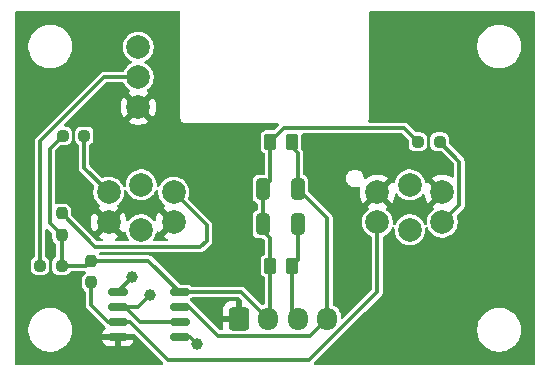
<source format=gbr>
%TF.GenerationSoftware,KiCad,Pcbnew,9.0.0*%
%TF.CreationDate,2025-04-22T12:40:57+02:00*%
%TF.ProjectId,carte-capteur-ir,63617274-652d-4636-9170-746575722d69,rev?*%
%TF.SameCoordinates,Original*%
%TF.FileFunction,Copper,L1,Top*%
%TF.FilePolarity,Positive*%
%FSLAX46Y46*%
G04 Gerber Fmt 4.6, Leading zero omitted, Abs format (unit mm)*
G04 Created by KiCad (PCBNEW 9.0.0) date 2025-04-22 12:40:57*
%MOMM*%
%LPD*%
G01*
G04 APERTURE LIST*
G04 Aperture macros list*
%AMRoundRect*
0 Rectangle with rounded corners*
0 $1 Rounding radius*
0 $2 $3 $4 $5 $6 $7 $8 $9 X,Y pos of 4 corners*
0 Add a 4 corners polygon primitive as box body*
4,1,4,$2,$3,$4,$5,$6,$7,$8,$9,$2,$3,0*
0 Add four circle primitives for the rounded corners*
1,1,$1+$1,$2,$3*
1,1,$1+$1,$4,$5*
1,1,$1+$1,$6,$7*
1,1,$1+$1,$8,$9*
0 Add four rect primitives between the rounded corners*
20,1,$1+$1,$2,$3,$4,$5,0*
20,1,$1+$1,$4,$5,$6,$7,0*
20,1,$1+$1,$6,$7,$8,$9,0*
20,1,$1+$1,$8,$9,$2,$3,0*%
G04 Aperture macros list end*
%TA.AperFunction,SMDPad,CuDef*%
%ADD10RoundRect,0.250000X-0.262500X-0.450000X0.262500X-0.450000X0.262500X0.450000X-0.262500X0.450000X0*%
%TD*%
%TA.AperFunction,SMDPad,CuDef*%
%ADD11RoundRect,0.237500X-0.237500X0.250000X-0.237500X-0.250000X0.237500X-0.250000X0.237500X0.250000X0*%
%TD*%
%TA.AperFunction,SMDPad,CuDef*%
%ADD12RoundRect,0.237500X0.237500X-0.250000X0.237500X0.250000X-0.237500X0.250000X-0.237500X-0.250000X0*%
%TD*%
%TA.AperFunction,SMDPad,CuDef*%
%ADD13RoundRect,0.150000X-0.675000X-0.150000X0.675000X-0.150000X0.675000X0.150000X-0.675000X0.150000X0*%
%TD*%
%TA.AperFunction,SMDPad,CuDef*%
%ADD14RoundRect,0.250000X-0.325000X-0.650000X0.325000X-0.650000X0.325000X0.650000X-0.325000X0.650000X0*%
%TD*%
%TA.AperFunction,SMDPad,CuDef*%
%ADD15RoundRect,0.237500X-0.250000X-0.237500X0.250000X-0.237500X0.250000X0.237500X-0.250000X0.237500X0*%
%TD*%
%TA.AperFunction,SMDPad,CuDef*%
%ADD16RoundRect,0.250000X0.325000X0.650000X-0.325000X0.650000X-0.325000X-0.650000X0.325000X-0.650000X0*%
%TD*%
%TA.AperFunction,ComponentPad*%
%ADD17RoundRect,0.250000X-0.600000X-0.725000X0.600000X-0.725000X0.600000X0.725000X-0.600000X0.725000X0*%
%TD*%
%TA.AperFunction,ComponentPad*%
%ADD18O,1.700000X1.950000*%
%TD*%
%TA.AperFunction,ComponentPad*%
%ADD19C,2.000000*%
%TD*%
%TA.AperFunction,ViaPad*%
%ADD20C,1.000000*%
%TD*%
%TA.AperFunction,Conductor*%
%ADD21C,0.300000*%
%TD*%
G04 APERTURE END LIST*
D10*
%TO.P,R1,2*%
%TO.N,/OUT1*%
X225954426Y-94560575D03*
%TO.P,R1,1*%
%TO.N,+5V*%
X224129426Y-94560575D03*
%TD*%
D11*
%TO.P,R3,2*%
%TO.N,Net-(U1A-+)*%
X208954426Y-95973075D03*
%TO.P,R3,1*%
%TO.N,+5V*%
X208954426Y-94148075D03*
%TD*%
D12*
%TO.P,R4,1*%
%TO.N,+5V*%
X206454426Y-91973075D03*
%TO.P,R4,2*%
%TO.N,Net-(U1B-+)*%
X206454426Y-90148075D03*
%TD*%
D13*
%TO.P,U1,4,V-*%
%TO.N,GND*%
X211204426Y-100600575D03*
%TO.P,U1,1*%
%TO.N,/OUT1*%
X211204426Y-96790575D03*
%TO.P,U1,2,-*%
%TO.N,/V_comp*%
X211204426Y-98060575D03*
%TO.P,U1,3,+*%
%TO.N,Net-(U1A-+)*%
X211204426Y-99330575D03*
%TO.P,U1,5,+*%
%TO.N,Net-(U1B-+)*%
X216454426Y-100600575D03*
%TO.P,U1,6,-*%
%TO.N,/V_comp*%
X216454426Y-99330575D03*
%TO.P,U1,7*%
%TO.N,/OUT2*%
X216454426Y-98060575D03*
%TO.P,U1,8,V+*%
%TO.N,+5V*%
X216454426Y-96790575D03*
%TD*%
D14*
%TO.P,C1,1*%
%TO.N,+5V*%
X223504426Y-88060575D03*
%TO.P,C1,2*%
%TO.N,/OUT2*%
X226454426Y-88060575D03*
%TD*%
D15*
%TO.P,R6,1*%
%TO.N,+5V*%
X206541926Y-83560575D03*
%TO.P,R6,2*%
%TO.N,Net-(U3-A)*%
X208366926Y-83560575D03*
%TD*%
D10*
%TO.P,R2,1*%
%TO.N,+5V*%
X224129426Y-84060575D03*
%TO.P,R2,2*%
%TO.N,/OUT2*%
X225954426Y-84060575D03*
%TD*%
D15*
%TO.P,R8,1*%
%TO.N,/V_comp*%
X204629426Y-94560575D03*
%TO.P,R8,2*%
%TO.N,+5V*%
X206454426Y-94560575D03*
%TD*%
D16*
%TO.P,C2,1*%
%TO.N,/OUT1*%
X226454426Y-91060575D03*
%TO.P,C2,2*%
%TO.N,+5V*%
X223504426Y-91060575D03*
%TD*%
D15*
%TO.P,R5,1*%
%TO.N,+5V*%
X236629426Y-84060575D03*
%TO.P,R5,2*%
%TO.N,Net-(U2-A)*%
X238454426Y-84060575D03*
%TD*%
D17*
%TO.P,J1,1,VCC*%
%TO.N,GND*%
X221454426Y-99060575D03*
D18*
%TO.P,J1,3,TCRT5000_1*%
%TO.N,/OUT1*%
X226454426Y-99060575D03*
%TO.P,J1,2,GND*%
%TO.N,+5V*%
X223954426Y-99060575D03*
%TO.P,J1,4,TCRT5000_2*%
%TO.N,/OUT2*%
X228954426Y-99060575D03*
%TD*%
D19*
%TO.P,R9,1*%
%TO.N,GND*%
X212954426Y-81140575D03*
%TO.P,R9,2*%
%TO.N,/V_comp*%
X212954426Y-78600575D03*
%TO.P,R9,3*%
%TO.N,N/C*%
X212954426Y-76060575D03*
%TD*%
%TO.P,U2,2,E*%
%TO.N,GND*%
X233194427Y-88350575D03*
%TO.P,U2,4,C*%
X238694426Y-88350575D03*
%TO.P,U2,1,C*%
%TO.N,Net-(U1A-+)*%
X233194427Y-90890575D03*
%TO.P,U2,3,A*%
%TO.N,Net-(U2-A)*%
X238694426Y-90890575D03*
%TO.P,U2,5*%
%TO.N,N/C*%
X235944427Y-91520574D03*
%TO.P,U2,6*%
X235944427Y-87720576D03*
%TD*%
%TO.P,U3,2,E*%
%TO.N,GND*%
X215944427Y-90885776D03*
%TO.P,U3,4,C*%
X210444428Y-90885776D03*
%TO.P,U3,1,C*%
%TO.N,Net-(U1B-+)*%
X215944427Y-88345776D03*
%TO.P,U3,3,A*%
%TO.N,Net-(U3-A)*%
X210444428Y-88345776D03*
%TO.P,U3,5*%
%TO.N,N/C*%
X213194427Y-87715777D03*
%TO.P,U3,6*%
X213194427Y-91515775D03*
%TD*%
D20*
%TO.N,/OUT1*%
X212454426Y-95560575D03*
%TO.N,/V_comp*%
X213954426Y-97060575D03*
%TO.N,Net-(U1B-+)*%
X217954426Y-101236575D03*
%TD*%
D21*
%TO.N,Net-(U1A-+)*%
X212224426Y-99330575D02*
X211204426Y-99330575D01*
X215454426Y-102560575D02*
X212224426Y-99330575D01*
X227419318Y-102560575D02*
X215454426Y-102560575D01*
X233194427Y-96785466D02*
X227419318Y-102560575D01*
X233194427Y-90890575D02*
X233194427Y-96785466D01*
%TO.N,/OUT1*%
X212454426Y-95560575D02*
X212434426Y-95560575D01*
X212434426Y-95560575D02*
X211204426Y-96790575D01*
X225954426Y-98560575D02*
X226454426Y-99060575D01*
X225954426Y-94560575D02*
X225954426Y-98560575D01*
X226454426Y-94060575D02*
X225954426Y-94560575D01*
X226454426Y-91060575D02*
X226454426Y-94060575D01*
%TO.N,Net-(U1B-+)*%
X217318426Y-100600575D02*
X217954426Y-101236575D01*
X216454426Y-100600575D02*
X217318426Y-100600575D01*
%TO.N,/OUT2*%
X219705425Y-100486575D02*
X227528426Y-100486575D01*
X217279425Y-98060575D02*
X219705425Y-100486575D01*
X227528426Y-100486575D02*
X228954426Y-99060575D01*
X216454426Y-98060575D02*
X217279425Y-98060575D01*
%TO.N,/V_comp*%
X212954426Y-98060575D02*
X213954426Y-97060575D01*
X211204426Y-98060575D02*
X212954426Y-98060575D01*
X211804368Y-98060575D02*
X211204426Y-98060575D01*
X213074368Y-99330575D02*
X211804368Y-98060575D01*
X216454426Y-99330575D02*
X213074368Y-99330575D01*
X204629426Y-84005309D02*
X204629426Y-94560575D01*
X210034160Y-78600575D02*
X204629426Y-84005309D01*
X212954426Y-78600575D02*
X210034160Y-78600575D01*
%TO.N,Net-(U2-A)*%
X240145426Y-89439575D02*
X238694426Y-90890575D01*
X240145426Y-85751575D02*
X240145426Y-89439575D01*
X238454426Y-84060575D02*
X240145426Y-85751575D01*
%TO.N,+5V*%
X225280426Y-82909575D02*
X224129426Y-84060575D01*
X235478426Y-82909575D02*
X225280426Y-82909575D01*
X236629426Y-84060575D02*
X235478426Y-82909575D01*
%TO.N,/OUT2*%
X228954426Y-90560575D02*
X228954426Y-99060575D01*
X226454426Y-88060575D02*
X228954426Y-90560575D01*
%TO.N,+5V*%
X221684426Y-96790575D02*
X216454426Y-96790575D01*
X223954426Y-99060575D02*
X221684426Y-96790575D01*
X224129426Y-98885575D02*
X223954426Y-99060575D01*
X224129426Y-94560575D02*
X224129426Y-98885575D01*
X224129426Y-92235575D02*
X224129426Y-94560575D01*
X223504426Y-91610575D02*
X224129426Y-92235575D01*
X223504426Y-91060575D02*
X223504426Y-91610575D01*
X223504426Y-88060575D02*
X223504426Y-91060575D01*
X224129426Y-87435575D02*
X223504426Y-88060575D01*
X224129426Y-84060575D02*
X224129426Y-87435575D01*
%TO.N,/OUT2*%
X225954426Y-84560575D02*
X226454426Y-85060575D01*
X226454426Y-85060575D02*
X226454426Y-88060575D01*
X225954426Y-84060575D02*
X225954426Y-84560575D01*
%TO.N,Net-(U1A-+)*%
X210379427Y-99330575D02*
X211204426Y-99330575D01*
X208954426Y-97905574D02*
X210379427Y-99330575D01*
X208954426Y-95973075D02*
X208954426Y-97905574D01*
%TO.N,+5V*%
X213811926Y-94148075D02*
X216454426Y-96790575D01*
X208954426Y-94148075D02*
X213811926Y-94148075D01*
X208541926Y-94560575D02*
X208954426Y-94148075D01*
X206454426Y-94560575D02*
X208541926Y-94560575D01*
X206454426Y-91973075D02*
X206454426Y-94560575D01*
%TO.N,Net-(U1B-+)*%
X218740728Y-91142077D02*
X215944427Y-88345776D01*
X218740728Y-92437036D02*
X218740728Y-91142077D01*
X218210989Y-92966775D02*
X218740728Y-92437036D01*
X209273126Y-92966775D02*
X218210989Y-92966775D01*
X206454426Y-90148075D02*
X209273126Y-92966775D01*
%TO.N,+5V*%
X205454426Y-84648075D02*
X205454426Y-90973075D01*
X205454426Y-90973075D02*
X206454426Y-91973075D01*
X206541926Y-83560575D02*
X205454426Y-84648075D01*
%TO.N,Net-(U3-A)*%
X208366926Y-86268274D02*
X210444428Y-88345776D01*
X208366926Y-83560575D02*
X208366926Y-86268274D01*
%TD*%
%TA.AperFunction,Conductor*%
%TO.N,GND*%
G36*
X216442539Y-73020185D02*
G01*
X216488294Y-73072989D01*
X216499500Y-73124500D01*
X216499500Y-82065891D01*
X216533608Y-82193187D01*
X216566554Y-82250250D01*
X216599500Y-82307314D01*
X216692686Y-82400500D01*
X216806814Y-82466392D01*
X216934108Y-82500500D01*
X224753035Y-82500500D01*
X224820074Y-82520185D01*
X224865829Y-82572989D01*
X224875773Y-82642147D01*
X224846748Y-82705703D01*
X224840716Y-82712181D01*
X224528987Y-83023909D01*
X224467664Y-83057394D01*
X224438734Y-83059637D01*
X224438734Y-83060075D01*
X224435028Y-83060075D01*
X223823824Y-83060075D01*
X223784779Y-83064763D01*
X223735364Y-83070697D01*
X223594582Y-83126214D01*
X223474003Y-83217652D01*
X223382565Y-83338231D01*
X223327048Y-83479013D01*
X223321114Y-83528428D01*
X223316426Y-83567473D01*
X223316426Y-84553677D01*
X223321171Y-84593187D01*
X223327048Y-84642136D01*
X223327048Y-84642138D01*
X223327049Y-84642139D01*
X223330217Y-84650173D01*
X223382565Y-84782918D01*
X223474003Y-84903497D01*
X223594581Y-84994934D01*
X223594584Y-84994936D01*
X223600414Y-84997235D01*
X223655559Y-85040140D01*
X223678753Y-85106047D01*
X223678926Y-85112590D01*
X223678926Y-86736075D01*
X223659241Y-86803114D01*
X223606437Y-86848869D01*
X223554926Y-86860075D01*
X223136324Y-86860075D01*
X223097279Y-86864763D01*
X223047864Y-86870697D01*
X222907082Y-86926214D01*
X222786503Y-87017652D01*
X222695065Y-87138231D01*
X222639548Y-87279013D01*
X222633614Y-87328428D01*
X222628926Y-87367473D01*
X222628926Y-88753677D01*
X222634552Y-88800529D01*
X222639548Y-88842136D01*
X222695065Y-88982918D01*
X222786503Y-89103497D01*
X222907083Y-89194936D01*
X222939977Y-89207907D01*
X222975416Y-89221882D01*
X223030560Y-89264788D01*
X223053753Y-89330695D01*
X223053926Y-89337237D01*
X223053926Y-89783912D01*
X223034241Y-89850951D01*
X222981437Y-89896706D01*
X222975417Y-89899266D01*
X222907084Y-89926213D01*
X222786503Y-90017652D01*
X222695065Y-90138231D01*
X222639548Y-90279013D01*
X222634292Y-90322790D01*
X222628926Y-90367473D01*
X222628926Y-91753677D01*
X222630856Y-91769745D01*
X222639548Y-91842136D01*
X222639548Y-91842138D01*
X222639549Y-91842139D01*
X222685617Y-91958958D01*
X222695065Y-91982917D01*
X222786503Y-92103497D01*
X222907082Y-92194935D01*
X222907083Y-92194935D01*
X222907084Y-92194936D01*
X223047862Y-92250452D01*
X223136324Y-92261075D01*
X223466461Y-92261075D01*
X223495901Y-92269719D01*
X223525888Y-92276243D01*
X223530903Y-92279997D01*
X223533500Y-92280760D01*
X223554142Y-92297394D01*
X223642607Y-92385859D01*
X223676092Y-92447182D01*
X223678926Y-92473540D01*
X223678926Y-93508559D01*
X223659241Y-93575598D01*
X223606437Y-93621353D01*
X223600418Y-93623913D01*
X223594583Y-93626213D01*
X223474003Y-93717652D01*
X223382565Y-93838231D01*
X223327048Y-93979013D01*
X223322020Y-94020889D01*
X223316426Y-94067473D01*
X223316426Y-95053677D01*
X223319235Y-95077067D01*
X223327048Y-95142136D01*
X223327048Y-95142138D01*
X223327049Y-95142139D01*
X223332280Y-95155404D01*
X223382565Y-95282918D01*
X223474003Y-95403497D01*
X223577169Y-95481730D01*
X223594584Y-95494936D01*
X223600414Y-95497235D01*
X223655559Y-95540140D01*
X223678753Y-95606047D01*
X223678926Y-95612590D01*
X223678926Y-97725291D01*
X223672072Y-97748630D01*
X223669457Y-97772816D01*
X223662404Y-97781556D01*
X223659241Y-97792330D01*
X223640860Y-97808256D01*
X223625582Y-97827192D01*
X223610220Y-97834806D01*
X223606437Y-97838085D01*
X223594011Y-97842970D01*
X223593577Y-97843114D01*
X223512787Y-97869364D01*
X223509500Y-97871038D01*
X223501439Y-97873716D01*
X223470806Y-97874790D01*
X223440335Y-97878066D01*
X223436216Y-97876004D01*
X223431612Y-97876166D01*
X223405265Y-97860511D01*
X223377857Y-97846791D01*
X223374673Y-97843718D01*
X221961042Y-96430088D01*
X221961040Y-96430086D01*
X221901351Y-96395624D01*
X221858314Y-96370776D01*
X221846206Y-96367532D01*
X221834099Y-96364288D01*
X221834096Y-96364287D01*
X221785168Y-96351177D01*
X221743735Y-96340075D01*
X221743734Y-96340075D01*
X217521714Y-96340075D01*
X217454675Y-96320390D01*
X217448081Y-96315845D01*
X217342312Y-96237784D01*
X217342306Y-96237781D01*
X217214126Y-96192928D01*
X217183696Y-96190075D01*
X217183692Y-96190075D01*
X216542391Y-96190075D01*
X216475352Y-96170390D01*
X216454710Y-96153756D01*
X214088542Y-93787588D01*
X214088540Y-93787586D01*
X214006570Y-93740260D01*
X213985814Y-93728276D01*
X213973706Y-93725032D01*
X213961599Y-93721788D01*
X213961596Y-93721787D01*
X213923404Y-93711553D01*
X213871235Y-93697575D01*
X213871234Y-93697575D01*
X209774741Y-93697575D01*
X209768374Y-93695705D01*
X209761848Y-93696903D01*
X209735267Y-93685984D01*
X209707702Y-93677890D01*
X209701844Y-93672254D01*
X209697218Y-93670354D01*
X209685411Y-93656444D01*
X209673093Y-93644593D01*
X209666650Y-93635371D01*
X209665288Y-93631917D01*
X209651923Y-93614292D01*
X209650526Y-93612293D01*
X209640141Y-93581395D01*
X209628547Y-93550888D01*
X209629064Y-93548436D01*
X209628267Y-93546064D01*
X209636237Y-93514449D01*
X209642975Y-93482524D01*
X209644735Y-93480741D01*
X209645347Y-93478315D01*
X209669154Y-93456018D01*
X209692074Y-93432813D01*
X209694640Y-93432149D01*
X209696344Y-93430554D01*
X209711726Y-93427732D01*
X209752174Y-93417275D01*
X218270297Y-93417275D01*
X218270298Y-93417275D01*
X218360662Y-93393061D01*
X218384876Y-93386574D01*
X218487603Y-93327264D01*
X219101217Y-92713650D01*
X219160527Y-92610923D01*
X219179210Y-92541196D01*
X219191228Y-92496345D01*
X219191228Y-91082768D01*
X219173486Y-91016556D01*
X219167014Y-90992402D01*
X219167014Y-90992401D01*
X219162317Y-90974871D01*
X219160527Y-90968190D01*
X219101218Y-90865463D01*
X217186481Y-88950726D01*
X217152996Y-88889403D01*
X217156230Y-88824732D01*
X217212904Y-88650310D01*
X217244927Y-88448128D01*
X217244927Y-88243424D01*
X217212904Y-88041242D01*
X217212903Y-88041240D01*
X217158414Y-87873540D01*
X217149647Y-87846557D01*
X217149645Y-87846553D01*
X217149645Y-87846552D01*
X217100384Y-87749873D01*
X217056714Y-87664166D01*
X217034091Y-87633028D01*
X216936398Y-87498562D01*
X216791640Y-87353804D01*
X216626040Y-87233491D01*
X216626039Y-87233490D01*
X216626037Y-87233489D01*
X216559638Y-87199657D01*
X216443650Y-87140557D01*
X216248961Y-87077298D01*
X216074422Y-87049654D01*
X216046779Y-87045276D01*
X215842075Y-87045276D01*
X215817756Y-87049127D01*
X215639892Y-87077298D01*
X215445203Y-87140557D01*
X215262813Y-87233491D01*
X215097213Y-87353804D01*
X214952455Y-87498562D01*
X214832142Y-87664162D01*
X214739208Y-87846553D01*
X214739207Y-87846557D01*
X214736859Y-87853785D01*
X214736858Y-87853788D01*
X214697419Y-87911463D01*
X214633061Y-87938661D01*
X214564214Y-87926746D01*
X214512739Y-87879501D01*
X214494927Y-87815469D01*
X214494927Y-87613425D01*
X214462904Y-87411242D01*
X214419939Y-87279011D01*
X214399647Y-87216558D01*
X214399645Y-87216555D01*
X214399645Y-87216553D01*
X214341878Y-87103181D01*
X214306714Y-87034167D01*
X214253172Y-86960472D01*
X214186398Y-86868563D01*
X214041640Y-86723805D01*
X213876040Y-86603492D01*
X213876039Y-86603491D01*
X213876037Y-86603490D01*
X213819080Y-86574468D01*
X213693650Y-86510558D01*
X213498961Y-86447299D01*
X213324422Y-86419655D01*
X213296779Y-86415277D01*
X213092075Y-86415277D01*
X213067756Y-86419128D01*
X212889892Y-86447299D01*
X212695203Y-86510558D01*
X212512813Y-86603492D01*
X212347213Y-86723805D01*
X212202455Y-86868563D01*
X212082142Y-87034163D01*
X211989208Y-87216553D01*
X211925949Y-87411242D01*
X211893927Y-87613425D01*
X211893927Y-87815466D01*
X211874242Y-87882505D01*
X211821438Y-87928260D01*
X211752280Y-87938204D01*
X211688724Y-87909179D01*
X211651997Y-87853786D01*
X211649648Y-87846557D01*
X211556715Y-87664166D01*
X211534092Y-87633028D01*
X211436399Y-87498562D01*
X211291641Y-87353804D01*
X211126041Y-87233491D01*
X211126040Y-87233490D01*
X211126038Y-87233489D01*
X211059639Y-87199657D01*
X210943651Y-87140557D01*
X210748962Y-87077298D01*
X210574423Y-87049654D01*
X210546780Y-87045276D01*
X210342076Y-87045276D01*
X210274682Y-87055950D01*
X210139892Y-87077299D01*
X210139889Y-87077299D01*
X209965474Y-87133970D01*
X209895632Y-87135965D01*
X209839475Y-87103720D01*
X208853745Y-86117990D01*
X208820260Y-86056667D01*
X208817426Y-86030309D01*
X208817426Y-84380890D01*
X208837111Y-84313851D01*
X208876468Y-84276749D01*
X208876326Y-84276562D01*
X208878071Y-84275238D01*
X208880655Y-84272803D01*
X208883080Y-84271438D01*
X208883084Y-84271437D01*
X209000926Y-84182075D01*
X209090288Y-84064233D01*
X209144543Y-83926652D01*
X209154926Y-83840193D01*
X209154926Y-83280957D01*
X209144543Y-83194498D01*
X209090288Y-83056917D01*
X209090286Y-83056914D01*
X209000926Y-82939074D01*
X208883086Y-82849714D01*
X208883084Y-82849713D01*
X208745503Y-82795458D01*
X208745502Y-82795457D01*
X208745500Y-82795457D01*
X208659045Y-82785075D01*
X208659044Y-82785075D01*
X208074808Y-82785075D01*
X208074807Y-82785075D01*
X207988351Y-82795457D01*
X207988350Y-82795457D01*
X207850765Y-82849714D01*
X207732925Y-82939074D01*
X207643565Y-83056914D01*
X207589308Y-83194499D01*
X207589308Y-83194500D01*
X207578926Y-83280956D01*
X207578926Y-83840193D01*
X207589308Y-83926649D01*
X207589308Y-83926650D01*
X207643565Y-84064235D01*
X207732925Y-84182075D01*
X207850768Y-84271437D01*
X207853197Y-84272803D01*
X207854982Y-84274632D01*
X207857526Y-84276562D01*
X207857236Y-84276943D01*
X207901986Y-84322816D01*
X207916426Y-84380890D01*
X207916426Y-86327583D01*
X207939924Y-86415277D01*
X207939923Y-86415277D01*
X207939924Y-86415279D01*
X207947126Y-86442159D01*
X207947125Y-86442159D01*
X207986094Y-86509653D01*
X208006437Y-86544888D01*
X208006439Y-86544890D01*
X209202372Y-87740823D01*
X209235857Y-87802146D01*
X209232622Y-87866822D01*
X209175951Y-88041237D01*
X209175951Y-88041240D01*
X209143928Y-88243424D01*
X209143928Y-88448127D01*
X209175950Y-88650310D01*
X209239209Y-88844999D01*
X209332143Y-89027389D01*
X209452456Y-89192989D01*
X209452462Y-89192995D01*
X209597209Y-89337742D01*
X209673155Y-89392920D01*
X209715821Y-89448249D01*
X209721800Y-89517862D01*
X209689195Y-89579658D01*
X209662033Y-89599691D01*
X209662415Y-89600313D01*
X209658263Y-89602857D01*
X209575322Y-89663116D01*
X210397982Y-90485776D01*
X210391767Y-90485776D01*
X210290034Y-90513035D01*
X210198822Y-90565696D01*
X210124348Y-90640170D01*
X210071687Y-90731382D01*
X210044428Y-90833115D01*
X210044428Y-90839329D01*
X209221768Y-90016670D01*
X209161512Y-90099606D01*
X209054325Y-90309973D01*
X208981362Y-90534528D01*
X208944428Y-90767723D01*
X208944428Y-91003828D01*
X208981362Y-91237023D01*
X209054325Y-91461578D01*
X209161515Y-91671950D01*
X209221766Y-91754880D01*
X209221768Y-91754881D01*
X210044428Y-90932221D01*
X210044428Y-90938437D01*
X210071687Y-91040170D01*
X210124348Y-91131382D01*
X210198822Y-91205856D01*
X210290034Y-91258517D01*
X210391767Y-91285776D01*
X210397982Y-91285776D01*
X209575321Y-92108434D01*
X209658256Y-92168690D01*
X209868626Y-92275879D01*
X209873047Y-92277710D01*
X209927454Y-92321546D01*
X209949525Y-92387838D01*
X209932251Y-92455539D01*
X209881118Y-92503154D01*
X209825604Y-92516275D01*
X209511092Y-92516275D01*
X209444053Y-92496590D01*
X209423411Y-92479956D01*
X207266245Y-90322790D01*
X207232760Y-90261467D01*
X207229926Y-90235109D01*
X207229926Y-89855956D01*
X207221274Y-89783912D01*
X207219543Y-89769498D01*
X207165288Y-89631917D01*
X207151893Y-89614253D01*
X207075926Y-89514074D01*
X206958086Y-89424714D01*
X206958084Y-89424713D01*
X206820503Y-89370458D01*
X206820502Y-89370457D01*
X206820500Y-89370457D01*
X206734045Y-89360075D01*
X206734044Y-89360075D01*
X206174808Y-89360075D01*
X206174807Y-89360075D01*
X206088351Y-89370457D01*
X206088350Y-89370457D01*
X206080907Y-89373392D01*
X206074414Y-89375953D01*
X206004829Y-89382234D01*
X205942893Y-89349897D01*
X205908272Y-89289208D01*
X205904926Y-89260598D01*
X205904926Y-84886040D01*
X205924611Y-84819001D01*
X205941245Y-84798359D01*
X206367210Y-84372394D01*
X206428533Y-84338909D01*
X206454891Y-84336075D01*
X206834045Y-84336075D01*
X206855658Y-84333479D01*
X206920503Y-84325692D01*
X207058084Y-84271437D01*
X207175926Y-84182075D01*
X207265288Y-84064233D01*
X207319543Y-83926652D01*
X207329926Y-83840193D01*
X207329926Y-83280957D01*
X207319543Y-83194498D01*
X207265288Y-83056917D01*
X207265286Y-83056914D01*
X207175926Y-82939074D01*
X207058086Y-82849714D01*
X207058084Y-82849713D01*
X206920503Y-82795458D01*
X206920502Y-82795457D01*
X206920500Y-82795457D01*
X206834045Y-82785075D01*
X206834044Y-82785075D01*
X206786125Y-82785075D01*
X206719086Y-82765390D01*
X206673331Y-82712586D01*
X206663387Y-82643428D01*
X206692412Y-82579872D01*
X206698444Y-82573394D01*
X210184444Y-79087394D01*
X210245767Y-79053909D01*
X210272125Y-79051075D01*
X211648395Y-79051075D01*
X211715434Y-79070760D01*
X211758880Y-79118780D01*
X211842141Y-79282189D01*
X211962454Y-79447788D01*
X211962460Y-79447794D01*
X212107207Y-79592541D01*
X212183153Y-79647719D01*
X212225819Y-79703048D01*
X212231798Y-79772661D01*
X212199193Y-79834457D01*
X212172031Y-79854490D01*
X212172413Y-79855112D01*
X212168261Y-79857656D01*
X212085320Y-79917915D01*
X212907980Y-80740575D01*
X212901765Y-80740575D01*
X212800032Y-80767834D01*
X212708820Y-80820495D01*
X212634346Y-80894969D01*
X212581685Y-80986181D01*
X212554426Y-81087914D01*
X212554426Y-81094129D01*
X211731766Y-80271469D01*
X211671510Y-80354405D01*
X211564323Y-80564772D01*
X211491360Y-80789327D01*
X211454426Y-81022522D01*
X211454426Y-81258627D01*
X211491360Y-81491822D01*
X211564323Y-81716377D01*
X211671513Y-81926749D01*
X211731764Y-82009679D01*
X211731766Y-82009680D01*
X212554426Y-81187020D01*
X212554426Y-81193236D01*
X212581685Y-81294969D01*
X212634346Y-81386181D01*
X212708820Y-81460655D01*
X212800032Y-81513316D01*
X212901765Y-81540575D01*
X212907980Y-81540575D01*
X212085319Y-82363233D01*
X212168254Y-82423489D01*
X212378623Y-82530677D01*
X212603178Y-82603640D01*
X212603177Y-82603640D01*
X212836374Y-82640575D01*
X213072478Y-82640575D01*
X213305673Y-82603640D01*
X213530228Y-82530677D01*
X213740589Y-82423493D01*
X213740595Y-82423489D01*
X213823530Y-82363233D01*
X213823531Y-82363233D01*
X213000872Y-81540575D01*
X213007087Y-81540575D01*
X213108820Y-81513316D01*
X213200032Y-81460655D01*
X213274506Y-81386181D01*
X213327167Y-81294969D01*
X213354426Y-81193236D01*
X213354426Y-81187021D01*
X214177084Y-82009680D01*
X214177084Y-82009679D01*
X214237340Y-81926744D01*
X214237344Y-81926738D01*
X214344528Y-81716377D01*
X214417491Y-81491822D01*
X214454426Y-81258627D01*
X214454426Y-81022522D01*
X214417491Y-80789327D01*
X214344528Y-80564772D01*
X214237340Y-80354403D01*
X214177084Y-80271469D01*
X214177084Y-80271468D01*
X213354426Y-81094127D01*
X213354426Y-81087914D01*
X213327167Y-80986181D01*
X213274506Y-80894969D01*
X213200032Y-80820495D01*
X213108820Y-80767834D01*
X213007087Y-80740575D01*
X213000873Y-80740575D01*
X213823531Y-79917915D01*
X213823530Y-79917913D01*
X213740596Y-79857659D01*
X213736445Y-79855115D01*
X213737265Y-79853775D01*
X213691497Y-79810555D01*
X213674696Y-79742735D01*
X213697229Y-79676599D01*
X213725697Y-79647719D01*
X213801645Y-79592541D01*
X213946392Y-79447794D01*
X213946394Y-79447790D01*
X213946397Y-79447788D01*
X213999158Y-79375165D01*
X214066713Y-79282185D01*
X214159646Y-79099794D01*
X214222903Y-78905109D01*
X214254926Y-78702927D01*
X214254926Y-78498223D01*
X214222903Y-78296041D01*
X214159646Y-78101356D01*
X214159644Y-78101353D01*
X214159644Y-78101351D01*
X214125929Y-78035182D01*
X214066713Y-77918965D01*
X214016971Y-77850500D01*
X213946397Y-77753361D01*
X213801639Y-77608603D01*
X213636040Y-77488290D01*
X213629432Y-77484923D01*
X213543343Y-77441058D01*
X213492549Y-77393086D01*
X213475754Y-77325265D01*
X213498291Y-77259130D01*
X213543343Y-77220091D01*
X213636036Y-77172862D01*
X213657196Y-77157488D01*
X213801639Y-77052546D01*
X213801641Y-77052543D01*
X213801645Y-77052541D01*
X213946392Y-76907794D01*
X213946394Y-76907790D01*
X213946397Y-76907788D01*
X214010022Y-76820214D01*
X214066713Y-76742185D01*
X214159646Y-76559794D01*
X214222903Y-76365109D01*
X214254926Y-76162927D01*
X214254926Y-75958223D01*
X214222903Y-75756040D01*
X214159644Y-75561351D01*
X214125929Y-75495182D01*
X214066713Y-75378965D01*
X214058982Y-75368324D01*
X213946397Y-75213361D01*
X213801639Y-75068603D01*
X213636039Y-74948290D01*
X213636038Y-74948289D01*
X213636036Y-74948288D01*
X213579079Y-74919266D01*
X213453649Y-74855356D01*
X213258960Y-74792097D01*
X213084421Y-74764453D01*
X213056778Y-74760075D01*
X212852074Y-74760075D01*
X212827755Y-74763926D01*
X212649891Y-74792097D01*
X212455202Y-74855356D01*
X212272812Y-74948290D01*
X212107212Y-75068603D01*
X211962454Y-75213361D01*
X211842141Y-75378961D01*
X211749207Y-75561351D01*
X211685948Y-75756040D01*
X211653926Y-75958223D01*
X211653926Y-76162926D01*
X211685948Y-76365109D01*
X211749207Y-76559798D01*
X211842141Y-76742188D01*
X211962454Y-76907788D01*
X212107212Y-77052546D01*
X212262175Y-77165131D01*
X212272816Y-77172862D01*
X212364266Y-77219458D01*
X212365506Y-77220090D01*
X212416302Y-77268065D01*
X212433097Y-77335886D01*
X212410560Y-77402021D01*
X212365506Y-77441060D01*
X212272812Y-77488290D01*
X212107212Y-77608603D01*
X211962454Y-77753361D01*
X211842141Y-77918960D01*
X211758880Y-78082370D01*
X211710905Y-78133166D01*
X211648395Y-78150075D01*
X209974851Y-78150075D01*
X209884485Y-78174288D01*
X209884484Y-78174287D01*
X209860276Y-78180774D01*
X209860273Y-78180775D01*
X209757546Y-78240086D01*
X209757543Y-78240088D01*
X204268939Y-83728692D01*
X204268935Y-83728698D01*
X204209627Y-83831421D01*
X204209626Y-83831426D01*
X204178926Y-83946000D01*
X204178926Y-93740260D01*
X204159241Y-93807299D01*
X204119883Y-93844400D01*
X204120026Y-93844588D01*
X204118280Y-93845911D01*
X204115697Y-93848347D01*
X204113268Y-93849712D01*
X203995425Y-93939074D01*
X203906065Y-94056914D01*
X203906064Y-94056917D01*
X203857361Y-94180421D01*
X203851809Y-94194499D01*
X203841426Y-94280956D01*
X203841426Y-94840193D01*
X203851808Y-94926649D01*
X203851808Y-94926650D01*
X203871822Y-94977401D01*
X203900562Y-95050282D01*
X203906065Y-95064235D01*
X203995425Y-95182075D01*
X204113265Y-95271435D01*
X204113268Y-95271437D01*
X204250849Y-95325692D01*
X204308488Y-95332614D01*
X204337307Y-95336075D01*
X204337308Y-95336075D01*
X204921545Y-95336075D01*
X204943158Y-95333479D01*
X205008003Y-95325692D01*
X205145584Y-95271437D01*
X205263426Y-95182075D01*
X205352788Y-95064233D01*
X205407043Y-94926652D01*
X205417426Y-94840193D01*
X205417426Y-94280957D01*
X205407043Y-94194498D01*
X205352788Y-94056917D01*
X205330830Y-94027961D01*
X205263426Y-93939074D01*
X205145583Y-93849712D01*
X205143155Y-93848347D01*
X205141369Y-93846517D01*
X205138826Y-93844588D01*
X205139115Y-93844206D01*
X205094366Y-93798334D01*
X205079926Y-93740260D01*
X205079926Y-91535040D01*
X205099611Y-91468001D01*
X205152415Y-91422246D01*
X205221573Y-91412302D01*
X205285129Y-91441327D01*
X205291607Y-91447359D01*
X205642607Y-91798359D01*
X205676092Y-91859682D01*
X205678926Y-91886040D01*
X205678926Y-92265193D01*
X205689308Y-92351649D01*
X205689308Y-92351650D01*
X205703579Y-92387838D01*
X205737375Y-92473540D01*
X205743565Y-92489235D01*
X205832925Y-92607074D01*
X205832926Y-92607075D01*
X205950768Y-92696437D01*
X205950771Y-92696438D01*
X205954850Y-92699531D01*
X205996374Y-92755723D01*
X206003926Y-92798336D01*
X206003926Y-93740260D01*
X205984241Y-93807299D01*
X205944883Y-93844400D01*
X205945026Y-93844588D01*
X205943280Y-93845911D01*
X205940697Y-93848347D01*
X205938268Y-93849712D01*
X205820425Y-93939074D01*
X205731065Y-94056914D01*
X205731064Y-94056917D01*
X205682361Y-94180421D01*
X205676809Y-94194499D01*
X205666426Y-94280956D01*
X205666426Y-94840193D01*
X205676808Y-94926649D01*
X205676808Y-94926650D01*
X205696822Y-94977401D01*
X205725562Y-95050282D01*
X205731065Y-95064235D01*
X205820425Y-95182075D01*
X205938265Y-95271435D01*
X205938268Y-95271437D01*
X206075849Y-95325692D01*
X206133488Y-95332614D01*
X206162307Y-95336075D01*
X206162308Y-95336075D01*
X206746545Y-95336075D01*
X206768158Y-95333479D01*
X206833003Y-95325692D01*
X206970584Y-95271437D01*
X207088426Y-95182075D01*
X207177788Y-95064233D01*
X207177788Y-95064232D01*
X207180884Y-95060150D01*
X207237076Y-95018627D01*
X207279688Y-95011075D01*
X208403461Y-95011075D01*
X208470500Y-95030760D01*
X208516255Y-95083564D01*
X208526199Y-95152722D01*
X208497174Y-95216278D01*
X208457497Y-95244377D01*
X208458160Y-95245557D01*
X208450765Y-95249714D01*
X208332925Y-95339074D01*
X208243565Y-95456914D01*
X208189308Y-95594499D01*
X208189308Y-95594500D01*
X208178926Y-95680956D01*
X208178926Y-96265193D01*
X208189308Y-96351649D01*
X208189308Y-96351650D01*
X208243565Y-96489235D01*
X208332925Y-96607074D01*
X208332926Y-96607075D01*
X208450768Y-96696437D01*
X208450771Y-96696438D01*
X208454850Y-96699531D01*
X208496374Y-96755723D01*
X208503926Y-96798336D01*
X208503926Y-97964883D01*
X208513675Y-98001266D01*
X208534627Y-98079461D01*
X208593937Y-98182188D01*
X208593939Y-98182190D01*
X210102808Y-99691061D01*
X210102812Y-99691064D01*
X210102813Y-99691065D01*
X210118832Y-99700313D01*
X210126015Y-99706731D01*
X210131820Y-99708942D01*
X210156603Y-99734065D01*
X210168494Y-99750176D01*
X210192464Y-99815805D01*
X210177148Y-99883976D01*
X210131848Y-99930539D01*
X210127872Y-99932890D01*
X210127864Y-99932896D01*
X210011747Y-100049013D01*
X210011740Y-100049022D01*
X209928144Y-100190376D01*
X209882325Y-100348088D01*
X209882130Y-100350573D01*
X209882131Y-100350575D01*
X212555960Y-100350575D01*
X212622999Y-100370260D01*
X212643641Y-100386894D01*
X215044566Y-102787819D01*
X215078051Y-102849142D01*
X215073067Y-102918834D01*
X215031195Y-102974767D01*
X214965731Y-102999184D01*
X214956885Y-102999500D01*
X202624500Y-102999500D01*
X202557461Y-102979815D01*
X202511706Y-102927011D01*
X202500500Y-102875500D01*
X202500500Y-99878711D01*
X203649500Y-99878711D01*
X203649500Y-100121288D01*
X203681161Y-100361785D01*
X203743947Y-100596104D01*
X203811329Y-100758778D01*
X203836776Y-100820212D01*
X203958064Y-101030289D01*
X203958066Y-101030292D01*
X203958067Y-101030293D01*
X204105733Y-101222736D01*
X204105739Y-101222743D01*
X204277256Y-101394260D01*
X204277263Y-101394266D01*
X204281706Y-101397675D01*
X204469711Y-101541936D01*
X204679788Y-101663224D01*
X204903900Y-101756054D01*
X205138211Y-101818838D01*
X205318586Y-101842584D01*
X205378711Y-101850500D01*
X205378712Y-101850500D01*
X205621289Y-101850500D01*
X205669388Y-101844167D01*
X205861789Y-101818838D01*
X206096100Y-101756054D01*
X206320212Y-101663224D01*
X206530289Y-101541936D01*
X206722738Y-101394265D01*
X206894265Y-101222738D01*
X207041936Y-101030289D01*
X207145693Y-100850576D01*
X209882130Y-100850576D01*
X209882325Y-100853061D01*
X209928144Y-101010773D01*
X210011740Y-101152127D01*
X210011747Y-101152136D01*
X210127864Y-101268253D01*
X210127873Y-101268260D01*
X210269229Y-101351857D01*
X210269232Y-101351858D01*
X210426930Y-101397674D01*
X210426936Y-101397675D01*
X210463776Y-101400574D01*
X210463792Y-101400575D01*
X210954426Y-101400575D01*
X211454426Y-101400575D01*
X211945060Y-101400575D01*
X211945075Y-101400574D01*
X211981915Y-101397675D01*
X211981921Y-101397674D01*
X212139619Y-101351858D01*
X212139622Y-101351857D01*
X212280978Y-101268260D01*
X212280987Y-101268253D01*
X212397104Y-101152136D01*
X212397111Y-101152127D01*
X212480707Y-101010773D01*
X212526526Y-100853061D01*
X212526721Y-100850576D01*
X212526721Y-100850575D01*
X211454426Y-100850575D01*
X211454426Y-101400575D01*
X210954426Y-101400575D01*
X210954426Y-100850575D01*
X209882131Y-100850575D01*
X209882130Y-100850576D01*
X207145693Y-100850576D01*
X207163224Y-100820212D01*
X207256054Y-100596100D01*
X207318838Y-100361789D01*
X207350500Y-100121288D01*
X207350500Y-99878712D01*
X207349608Y-99871940D01*
X207338633Y-99788569D01*
X207318838Y-99638211D01*
X207256054Y-99403900D01*
X207163224Y-99179788D01*
X207041936Y-98969711D01*
X206894265Y-98777262D01*
X206894260Y-98777256D01*
X206722743Y-98605739D01*
X206722736Y-98605733D01*
X206530293Y-98458067D01*
X206530292Y-98458066D01*
X206530289Y-98458064D01*
X206320212Y-98336776D01*
X206310089Y-98332583D01*
X206096104Y-98243947D01*
X205880124Y-98186075D01*
X205861789Y-98181162D01*
X205861788Y-98181161D01*
X205861785Y-98181161D01*
X205621289Y-98149500D01*
X205621288Y-98149500D01*
X205378712Y-98149500D01*
X205378711Y-98149500D01*
X205138214Y-98181161D01*
X204903895Y-98243947D01*
X204679794Y-98336773D01*
X204679785Y-98336777D01*
X204469706Y-98458067D01*
X204277263Y-98605733D01*
X204277256Y-98605739D01*
X204105739Y-98777256D01*
X204105733Y-98777263D01*
X203958067Y-98969706D01*
X203836777Y-99179785D01*
X203836773Y-99179794D01*
X203743947Y-99403895D01*
X203681161Y-99638214D01*
X203649500Y-99878711D01*
X202500500Y-99878711D01*
X202500500Y-75878711D01*
X203649500Y-75878711D01*
X203649500Y-76121288D01*
X203681161Y-76361785D01*
X203743947Y-76596104D01*
X203804456Y-76742185D01*
X203836776Y-76820212D01*
X203958064Y-77030289D01*
X203958066Y-77030292D01*
X203958067Y-77030293D01*
X204105733Y-77222736D01*
X204105739Y-77222743D01*
X204277256Y-77394260D01*
X204277263Y-77394266D01*
X204390321Y-77481018D01*
X204469711Y-77541936D01*
X204679788Y-77663224D01*
X204875269Y-77744195D01*
X204897398Y-77753361D01*
X204903900Y-77756054D01*
X205138211Y-77818838D01*
X205318586Y-77842584D01*
X205378711Y-77850500D01*
X205378712Y-77850500D01*
X205621289Y-77850500D01*
X205669388Y-77844167D01*
X205861789Y-77818838D01*
X206096100Y-77756054D01*
X206320212Y-77663224D01*
X206530289Y-77541936D01*
X206722738Y-77394265D01*
X206894265Y-77222738D01*
X207041936Y-77030289D01*
X207163224Y-76820212D01*
X207256054Y-76596100D01*
X207318838Y-76361789D01*
X207350500Y-76121288D01*
X207350500Y-75878712D01*
X207318838Y-75638211D01*
X207256054Y-75403900D01*
X207163224Y-75179788D01*
X207041936Y-74969711D01*
X206894265Y-74777262D01*
X206894260Y-74777256D01*
X206722743Y-74605739D01*
X206722736Y-74605733D01*
X206530293Y-74458067D01*
X206530292Y-74458066D01*
X206530289Y-74458064D01*
X206320212Y-74336776D01*
X206320205Y-74336773D01*
X206096104Y-74243947D01*
X205861785Y-74181161D01*
X205621289Y-74149500D01*
X205621288Y-74149500D01*
X205378712Y-74149500D01*
X205378711Y-74149500D01*
X205138214Y-74181161D01*
X204903895Y-74243947D01*
X204679794Y-74336773D01*
X204679785Y-74336777D01*
X204469706Y-74458067D01*
X204277263Y-74605733D01*
X204277256Y-74605739D01*
X204105739Y-74777256D01*
X204105733Y-74777263D01*
X203958067Y-74969706D01*
X203836777Y-75179785D01*
X203836773Y-75179794D01*
X203743947Y-75403895D01*
X203681161Y-75638214D01*
X203649500Y-75878711D01*
X202500500Y-75878711D01*
X202500500Y-73124500D01*
X202520185Y-73057461D01*
X202572989Y-73011706D01*
X202624500Y-73000500D01*
X216375500Y-73000500D01*
X216442539Y-73020185D01*
G37*
%TD.AperFunction*%
%TA.AperFunction,Conductor*%
G36*
X246442539Y-73020185D02*
G01*
X246488294Y-73072989D01*
X246499500Y-73124500D01*
X246499500Y-102875500D01*
X246479815Y-102942539D01*
X246427011Y-102988294D01*
X246375500Y-102999500D01*
X227916858Y-102999500D01*
X227849819Y-102979815D01*
X227804064Y-102927011D01*
X227794120Y-102857853D01*
X227823145Y-102794297D01*
X227829177Y-102787819D01*
X230738285Y-99878711D01*
X241649500Y-99878711D01*
X241649500Y-100121288D01*
X241681161Y-100361785D01*
X241743947Y-100596104D01*
X241811329Y-100758778D01*
X241836776Y-100820212D01*
X241958064Y-101030289D01*
X241958066Y-101030292D01*
X241958067Y-101030293D01*
X242105733Y-101222736D01*
X242105739Y-101222743D01*
X242277256Y-101394260D01*
X242277263Y-101394266D01*
X242281706Y-101397675D01*
X242469711Y-101541936D01*
X242679788Y-101663224D01*
X242903900Y-101756054D01*
X243138211Y-101818838D01*
X243318586Y-101842584D01*
X243378711Y-101850500D01*
X243378712Y-101850500D01*
X243621289Y-101850500D01*
X243669388Y-101844167D01*
X243861789Y-101818838D01*
X244096100Y-101756054D01*
X244320212Y-101663224D01*
X244530289Y-101541936D01*
X244722738Y-101394265D01*
X244894265Y-101222738D01*
X245041936Y-101030289D01*
X245163224Y-100820212D01*
X245256054Y-100596100D01*
X245318838Y-100361789D01*
X245350500Y-100121288D01*
X245350500Y-99878712D01*
X245349608Y-99871940D01*
X245338633Y-99788569D01*
X245318838Y-99638211D01*
X245256054Y-99403900D01*
X245163224Y-99179788D01*
X245041936Y-98969711D01*
X244894265Y-98777262D01*
X244894260Y-98777256D01*
X244722743Y-98605739D01*
X244722736Y-98605733D01*
X244530293Y-98458067D01*
X244530292Y-98458066D01*
X244530289Y-98458064D01*
X244320212Y-98336776D01*
X244310089Y-98332583D01*
X244096104Y-98243947D01*
X243880124Y-98186075D01*
X243861789Y-98181162D01*
X243861788Y-98181161D01*
X243861785Y-98181161D01*
X243621289Y-98149500D01*
X243621288Y-98149500D01*
X243378712Y-98149500D01*
X243378711Y-98149500D01*
X243138214Y-98181161D01*
X242903895Y-98243947D01*
X242679794Y-98336773D01*
X242679785Y-98336777D01*
X242469706Y-98458067D01*
X242277263Y-98605733D01*
X242277256Y-98605739D01*
X242105739Y-98777256D01*
X242105733Y-98777263D01*
X241958067Y-98969706D01*
X241836777Y-99179785D01*
X241836773Y-99179794D01*
X241743947Y-99403895D01*
X241681161Y-99638214D01*
X241649500Y-99878711D01*
X230738285Y-99878711D01*
X230830024Y-99786972D01*
X232158932Y-98458064D01*
X233554916Y-97062080D01*
X233601304Y-96981733D01*
X233614226Y-96959352D01*
X233644927Y-96844775D01*
X233644927Y-92196606D01*
X233664612Y-92129567D01*
X233712632Y-92086121D01*
X233876037Y-92002862D01*
X233936466Y-91958958D01*
X234041640Y-91882546D01*
X234041642Y-91882543D01*
X234041646Y-91882541D01*
X234186393Y-91737794D01*
X234186395Y-91737790D01*
X234186398Y-91737788D01*
X234239159Y-91665165D01*
X234306714Y-91572185D01*
X234399647Y-91389794D01*
X234401997Y-91382560D01*
X234441432Y-91324888D01*
X234505790Y-91297689D01*
X234574637Y-91309603D01*
X234626113Y-91356846D01*
X234643927Y-91420881D01*
X234643927Y-91622925D01*
X234675949Y-91825108D01*
X234739208Y-92019797D01*
X234797447Y-92134096D01*
X234829694Y-92197384D01*
X234832142Y-92202187D01*
X234952455Y-92367787D01*
X235097213Y-92512545D01*
X235232623Y-92610924D01*
X235262817Y-92632861D01*
X235379034Y-92692077D01*
X235445203Y-92725792D01*
X235445205Y-92725792D01*
X235445208Y-92725794D01*
X235537320Y-92755723D01*
X235639892Y-92789051D01*
X235698515Y-92798336D01*
X235842075Y-92821074D01*
X235842076Y-92821074D01*
X236046778Y-92821074D01*
X236046779Y-92821074D01*
X236248961Y-92789051D01*
X236443646Y-92725794D01*
X236626037Y-92632861D01*
X236752204Y-92541196D01*
X236791640Y-92512545D01*
X236791642Y-92512542D01*
X236791646Y-92512540D01*
X236936393Y-92367793D01*
X236936395Y-92367789D01*
X236936398Y-92367787D01*
X237000180Y-92279997D01*
X237056714Y-92202184D01*
X237149647Y-92019793D01*
X237212904Y-91825108D01*
X237244927Y-91622926D01*
X237244927Y-91420884D01*
X237264612Y-91353845D01*
X237317416Y-91308090D01*
X237386574Y-91298146D01*
X237450130Y-91327171D01*
X237486857Y-91382565D01*
X237489206Y-91389794D01*
X237515463Y-91441327D01*
X237582141Y-91572188D01*
X237702454Y-91737788D01*
X237847212Y-91882546D01*
X237985364Y-91982917D01*
X238012816Y-92002862D01*
X238107198Y-92050952D01*
X238195202Y-92095793D01*
X238195204Y-92095793D01*
X238195207Y-92095795D01*
X238238095Y-92109730D01*
X238389891Y-92159052D01*
X238450743Y-92168690D01*
X238592074Y-92191075D01*
X238592075Y-92191075D01*
X238796777Y-92191075D01*
X238796778Y-92191075D01*
X238998960Y-92159052D01*
X239193645Y-92095795D01*
X239376036Y-92002862D01*
X239469016Y-91935307D01*
X239541639Y-91882546D01*
X239541641Y-91882543D01*
X239541645Y-91882541D01*
X239686392Y-91737794D01*
X239686394Y-91737790D01*
X239686397Y-91737788D01*
X239739158Y-91665165D01*
X239806713Y-91572185D01*
X239899646Y-91389794D01*
X239962903Y-91195109D01*
X239994926Y-90992927D01*
X239994926Y-90788223D01*
X239991679Y-90767723D01*
X239962903Y-90586040D01*
X239939182Y-90513035D01*
X239906229Y-90411619D01*
X239904235Y-90341781D01*
X239936478Y-90285624D01*
X240505915Y-89716189D01*
X240565225Y-89613462D01*
X240571711Y-89589250D01*
X240571712Y-89589250D01*
X240571712Y-89589246D01*
X240595926Y-89498884D01*
X240595926Y-85692266D01*
X240565225Y-85577689D01*
X240565225Y-85577688D01*
X240505915Y-85474961D01*
X239278745Y-84247791D01*
X239245260Y-84186468D01*
X239242426Y-84160110D01*
X239242426Y-83780956D01*
X239232043Y-83694500D01*
X239232043Y-83694499D01*
X239232043Y-83694498D01*
X239177788Y-83556917D01*
X239148210Y-83517912D01*
X239088426Y-83439074D01*
X238970586Y-83349714D01*
X238970584Y-83349713D01*
X238833003Y-83295458D01*
X238833002Y-83295457D01*
X238833000Y-83295457D01*
X238746545Y-83285075D01*
X238746544Y-83285075D01*
X238162308Y-83285075D01*
X238162307Y-83285075D01*
X238075851Y-83295457D01*
X238075850Y-83295457D01*
X237938265Y-83349714D01*
X237820425Y-83439074D01*
X237731065Y-83556914D01*
X237676808Y-83694499D01*
X237676808Y-83694500D01*
X237666426Y-83780956D01*
X237666426Y-84340193D01*
X237676808Y-84426649D01*
X237676808Y-84426650D01*
X237731065Y-84564235D01*
X237820425Y-84682075D01*
X237893611Y-84737573D01*
X237938268Y-84771437D01*
X238075849Y-84825692D01*
X238133488Y-84832614D01*
X238162307Y-84836075D01*
X238162308Y-84836075D01*
X238541461Y-84836075D01*
X238608500Y-84855760D01*
X238629142Y-84872394D01*
X239658607Y-85901859D01*
X239692092Y-85963182D01*
X239694926Y-85989540D01*
X239694926Y-86980015D01*
X239675241Y-87047054D01*
X239622437Y-87092809D01*
X239553279Y-87102753D01*
X239498041Y-87080333D01*
X239480601Y-87067662D01*
X239270228Y-86960472D01*
X239045673Y-86887509D01*
X239045674Y-86887509D01*
X238812478Y-86850575D01*
X238576374Y-86850575D01*
X238343178Y-86887509D01*
X238118623Y-86960472D01*
X237908256Y-87067659D01*
X237825320Y-87127915D01*
X238647980Y-87950575D01*
X238641765Y-87950575D01*
X238540032Y-87977834D01*
X238448820Y-88030495D01*
X238374346Y-88104969D01*
X238321685Y-88196181D01*
X238294426Y-88297914D01*
X238294426Y-88304129D01*
X237471766Y-87481469D01*
X237471765Y-87481469D01*
X237443703Y-87520094D01*
X237388373Y-87562759D01*
X237318759Y-87568738D01*
X237256964Y-87536132D01*
X237222607Y-87475293D01*
X237220918Y-87466641D01*
X237212904Y-87416042D01*
X237149647Y-87221357D01*
X237149645Y-87221354D01*
X237149645Y-87221352D01*
X237107292Y-87138231D01*
X237056714Y-87038966D01*
X237013884Y-86980015D01*
X236936398Y-86873362D01*
X236791640Y-86728604D01*
X236626040Y-86608291D01*
X236626039Y-86608290D01*
X236626037Y-86608289D01*
X236569080Y-86579267D01*
X236443650Y-86515357D01*
X236248961Y-86452098D01*
X236074422Y-86424454D01*
X236046779Y-86420076D01*
X235842075Y-86420076D01*
X235817756Y-86423927D01*
X235639892Y-86452098D01*
X235445203Y-86515357D01*
X235262813Y-86608291D01*
X235097213Y-86728604D01*
X234952455Y-86873362D01*
X234832142Y-87038962D01*
X234739208Y-87221352D01*
X234675950Y-87416039D01*
X234667940Y-87466609D01*
X234638009Y-87529743D01*
X234578697Y-87566674D01*
X234508834Y-87565674D01*
X234450602Y-87527063D01*
X234445149Y-87520094D01*
X234417086Y-87481469D01*
X234417085Y-87481468D01*
X233594427Y-88304127D01*
X233594427Y-88297914D01*
X233567168Y-88196181D01*
X233514507Y-88104969D01*
X233440033Y-88030495D01*
X233348821Y-87977834D01*
X233247088Y-87950575D01*
X233240873Y-87950575D01*
X234063532Y-87127915D01*
X234063531Y-87127913D01*
X233980601Y-87067662D01*
X233770229Y-86960472D01*
X233545674Y-86887509D01*
X233545675Y-86887509D01*
X233312479Y-86850575D01*
X233076375Y-86850575D01*
X232843179Y-86887509D01*
X232618624Y-86960472D01*
X232408252Y-87067662D01*
X232237111Y-87192003D01*
X232171305Y-87215483D01*
X232103251Y-87199657D01*
X232054556Y-87149552D01*
X232043019Y-87102964D01*
X232040823Y-87103181D01*
X232040226Y-87097125D01*
X232040226Y-87097120D01*
X232011566Y-86953033D01*
X231955346Y-86817306D01*
X231955345Y-86817305D01*
X231955342Y-86817299D01*
X231873727Y-86695155D01*
X231873724Y-86695151D01*
X231769849Y-86591276D01*
X231769845Y-86591273D01*
X231647701Y-86509658D01*
X231647692Y-86509653D01*
X231511970Y-86453436D01*
X231511971Y-86453436D01*
X231511968Y-86453435D01*
X231511964Y-86453434D01*
X231511960Y-86453433D01*
X231367885Y-86424775D01*
X231367881Y-86424775D01*
X231220971Y-86424775D01*
X231220966Y-86424775D01*
X231076891Y-86453433D01*
X231076881Y-86453436D01*
X230941159Y-86509653D01*
X230941150Y-86509658D01*
X230819006Y-86591273D01*
X230819002Y-86591276D01*
X230715127Y-86695151D01*
X230715124Y-86695155D01*
X230633509Y-86817299D01*
X230633504Y-86817308D01*
X230577287Y-86953030D01*
X230577284Y-86953040D01*
X230548626Y-87097115D01*
X230548626Y-87244034D01*
X230577284Y-87388109D01*
X230577287Y-87388119D01*
X230633504Y-87523841D01*
X230633509Y-87523850D01*
X230715124Y-87645994D01*
X230715127Y-87645998D01*
X230819002Y-87749873D01*
X230819006Y-87749876D01*
X230941150Y-87831491D01*
X230941156Y-87831494D01*
X230941157Y-87831495D01*
X231076884Y-87887715D01*
X231196276Y-87911463D01*
X231220966Y-87916374D01*
X231220970Y-87916375D01*
X231220971Y-87916375D01*
X231367882Y-87916375D01*
X231367883Y-87916374D01*
X231511968Y-87887715D01*
X231561121Y-87867354D01*
X231630589Y-87859886D01*
X231693068Y-87891161D01*
X231728721Y-87951249D01*
X231731046Y-88001313D01*
X231694427Y-88232521D01*
X231694427Y-88468627D01*
X231731361Y-88701822D01*
X231804324Y-88926377D01*
X231911514Y-89136749D01*
X231971765Y-89219679D01*
X231971767Y-89219680D01*
X232794427Y-88397020D01*
X232794427Y-88403236D01*
X232821686Y-88504969D01*
X232874347Y-88596181D01*
X232948821Y-88670655D01*
X233040033Y-88723316D01*
X233141766Y-88750575D01*
X233147981Y-88750575D01*
X232325320Y-89573233D01*
X232408262Y-89633494D01*
X232412408Y-89636035D01*
X232411587Y-89637374D01*
X232457355Y-89680594D01*
X232474155Y-89748414D01*
X232451621Y-89814551D01*
X232423154Y-89843430D01*
X232347209Y-89898607D01*
X232202455Y-90043361D01*
X232082142Y-90208961D01*
X231989208Y-90391351D01*
X231925949Y-90586040D01*
X231893927Y-90788223D01*
X231893927Y-90992926D01*
X231925949Y-91195109D01*
X231989208Y-91389798D01*
X232082142Y-91572188D01*
X232202455Y-91737788D01*
X232347213Y-91882546D01*
X232512812Y-92002859D01*
X232512814Y-92002860D01*
X232512817Y-92002862D01*
X232676222Y-92086121D01*
X232727018Y-92134096D01*
X232743927Y-92196606D01*
X232743927Y-96547501D01*
X232724242Y-96614540D01*
X232707608Y-96635182D01*
X230316607Y-99026183D01*
X230255284Y-99059668D01*
X230185592Y-99054684D01*
X230129659Y-99012812D01*
X230105242Y-98947348D01*
X230104926Y-98938502D01*
X230104926Y-98845023D01*
X230082789Y-98705260D01*
X230076597Y-98666166D01*
X230026206Y-98511075D01*
X230020638Y-98493938D01*
X230020637Y-98493935D01*
X229983507Y-98421065D01*
X229938422Y-98332581D01*
X229924360Y-98313226D01*
X229831984Y-98186080D01*
X229831980Y-98186075D01*
X229703925Y-98058020D01*
X229703920Y-98058016D01*
X229557421Y-97951579D01*
X229472630Y-97908375D01*
X229421835Y-97860401D01*
X229404926Y-97797891D01*
X229404926Y-90501268D01*
X229404926Y-90501266D01*
X229374225Y-90386689D01*
X229374225Y-90386688D01*
X229314915Y-90283961D01*
X227366245Y-88335291D01*
X227332760Y-88273968D01*
X227329926Y-88247610D01*
X227329926Y-87367478D01*
X227329926Y-87367473D01*
X227319303Y-87279011D01*
X227263787Y-87138233D01*
X227219880Y-87080333D01*
X227172348Y-87017652D01*
X227051767Y-86926213D01*
X226983435Y-86899266D01*
X226928292Y-86856360D01*
X226905099Y-86790452D01*
X226904926Y-86783912D01*
X226904926Y-85001268D01*
X226904926Y-85001266D01*
X226874225Y-84886689D01*
X226874225Y-84886688D01*
X226814916Y-84783961D01*
X226780050Y-84749095D01*
X226772729Y-84737573D01*
X226766685Y-84716590D01*
X226756223Y-84697430D01*
X226756494Y-84681209D01*
X226753391Y-84670433D01*
X226756870Y-84658805D01*
X226757014Y-84650173D01*
X226755855Y-84650034D01*
X226758891Y-84624748D01*
X226767426Y-84553677D01*
X226767426Y-83567473D01*
X226759186Y-83498857D01*
X226770738Y-83429951D01*
X226817710Y-83378227D01*
X226882302Y-83360075D01*
X235240461Y-83360075D01*
X235307500Y-83379760D01*
X235328142Y-83396394D01*
X235805107Y-83873359D01*
X235838592Y-83934682D01*
X235841426Y-83961040D01*
X235841426Y-84340193D01*
X235851808Y-84426649D01*
X235851808Y-84426650D01*
X235906065Y-84564235D01*
X235995425Y-84682075D01*
X236068611Y-84737573D01*
X236113268Y-84771437D01*
X236250849Y-84825692D01*
X236308488Y-84832614D01*
X236337307Y-84836075D01*
X236337308Y-84836075D01*
X236921545Y-84836075D01*
X236943158Y-84833479D01*
X237008003Y-84825692D01*
X237145584Y-84771437D01*
X237263426Y-84682075D01*
X237352788Y-84564233D01*
X237407043Y-84426652D01*
X237417426Y-84340193D01*
X237417426Y-83780957D01*
X237407043Y-83694498D01*
X237352788Y-83556917D01*
X237323210Y-83517912D01*
X237263426Y-83439074D01*
X237145586Y-83349714D01*
X237145584Y-83349713D01*
X237008003Y-83295458D01*
X237008002Y-83295457D01*
X237008000Y-83295457D01*
X236921545Y-83285075D01*
X236921544Y-83285075D01*
X236542392Y-83285075D01*
X236475353Y-83265390D01*
X236454711Y-83248756D01*
X235755042Y-82549088D01*
X235755040Y-82549086D01*
X235703676Y-82519431D01*
X235652314Y-82489776D01*
X235640206Y-82486532D01*
X235628099Y-82483288D01*
X235628096Y-82483287D01*
X235565042Y-82466392D01*
X235537735Y-82459075D01*
X235537734Y-82459075D01*
X232527655Y-82459075D01*
X232460616Y-82439390D01*
X232414861Y-82386586D01*
X232404917Y-82317428D01*
X232420267Y-82273076D01*
X232466392Y-82193186D01*
X232500500Y-82065892D01*
X232500500Y-75878711D01*
X241649500Y-75878711D01*
X241649500Y-76121288D01*
X241681161Y-76361785D01*
X241743947Y-76596104D01*
X241804456Y-76742185D01*
X241836776Y-76820212D01*
X241958064Y-77030289D01*
X241958066Y-77030292D01*
X241958067Y-77030293D01*
X242105733Y-77222736D01*
X242105739Y-77222743D01*
X242277256Y-77394260D01*
X242277263Y-77394266D01*
X242390321Y-77481018D01*
X242469711Y-77541936D01*
X242679788Y-77663224D01*
X242875269Y-77744195D01*
X242897398Y-77753361D01*
X242903900Y-77756054D01*
X243138211Y-77818838D01*
X243318586Y-77842584D01*
X243378711Y-77850500D01*
X243378712Y-77850500D01*
X243621289Y-77850500D01*
X243669388Y-77844167D01*
X243861789Y-77818838D01*
X244096100Y-77756054D01*
X244320212Y-77663224D01*
X244530289Y-77541936D01*
X244722738Y-77394265D01*
X244894265Y-77222738D01*
X245041936Y-77030289D01*
X245163224Y-76820212D01*
X245256054Y-76596100D01*
X245318838Y-76361789D01*
X245350500Y-76121288D01*
X245350500Y-75878712D01*
X245318838Y-75638211D01*
X245256054Y-75403900D01*
X245163224Y-75179788D01*
X245041936Y-74969711D01*
X244894265Y-74777262D01*
X244894260Y-74777256D01*
X244722743Y-74605739D01*
X244722736Y-74605733D01*
X244530293Y-74458067D01*
X244530292Y-74458066D01*
X244530289Y-74458064D01*
X244320212Y-74336776D01*
X244320205Y-74336773D01*
X244096104Y-74243947D01*
X243861785Y-74181161D01*
X243621289Y-74149500D01*
X243621288Y-74149500D01*
X243378712Y-74149500D01*
X243378711Y-74149500D01*
X243138214Y-74181161D01*
X242903895Y-74243947D01*
X242679794Y-74336773D01*
X242679785Y-74336777D01*
X242469706Y-74458067D01*
X242277263Y-74605733D01*
X242277256Y-74605739D01*
X242105739Y-74777256D01*
X242105733Y-74777263D01*
X241958067Y-74969706D01*
X241836777Y-75179785D01*
X241836773Y-75179794D01*
X241743947Y-75403895D01*
X241681161Y-75638214D01*
X241649500Y-75878711D01*
X232500500Y-75878711D01*
X232500500Y-73124500D01*
X232520185Y-73057461D01*
X232572989Y-73011706D01*
X232624500Y-73000500D01*
X246375500Y-73000500D01*
X246442539Y-73020185D01*
G37*
%TD.AperFunction*%
%TA.AperFunction,Conductor*%
G36*
X221513500Y-97260760D02*
G01*
X221534142Y-97277394D01*
X221685693Y-97428945D01*
X221719178Y-97490268D01*
X221714194Y-97559960D01*
X221704426Y-97575159D01*
X221704426Y-98656429D01*
X221637769Y-98617945D01*
X221516961Y-98585575D01*
X221391891Y-98585575D01*
X221271083Y-98617945D01*
X221204426Y-98656429D01*
X221204426Y-97585575D01*
X220804454Y-97585575D01*
X220804438Y-97585576D01*
X220701728Y-97596069D01*
X220535306Y-97651216D01*
X220535301Y-97651218D01*
X220386080Y-97743259D01*
X220262110Y-97867229D01*
X220170069Y-98016450D01*
X220170067Y-98016455D01*
X220114920Y-98182877D01*
X220114919Y-98182884D01*
X220104426Y-98285588D01*
X220104426Y-98810575D01*
X221050280Y-98810575D01*
X221011796Y-98877232D01*
X220979426Y-98998040D01*
X220979426Y-99123110D01*
X221011796Y-99243918D01*
X221050280Y-99310575D01*
X220104427Y-99310575D01*
X220104427Y-99835561D01*
X220110957Y-99899473D01*
X220108155Y-99914546D01*
X220110337Y-99929722D01*
X220101900Y-99948196D01*
X220098188Y-99968166D01*
X220087680Y-99979332D01*
X220081312Y-99993278D01*
X220064225Y-100004258D01*
X220050307Y-100019050D01*
X220034555Y-100023326D01*
X220022534Y-100031052D01*
X219987599Y-100036075D01*
X219943390Y-100036075D01*
X219876351Y-100016390D01*
X219855709Y-99999756D01*
X217556041Y-97700088D01*
X217556039Y-97700086D01*
X217540013Y-97690833D01*
X217515551Y-97672328D01*
X217508272Y-97665247D01*
X217451576Y-97588425D01*
X217359313Y-97520332D01*
X217353272Y-97514455D01*
X217340084Y-97491075D01*
X217323854Y-97469698D01*
X217323180Y-97461105D01*
X217318946Y-97453598D01*
X217320492Y-97426801D01*
X217318395Y-97400042D01*
X217322474Y-97392448D01*
X217322971Y-97383844D01*
X217338757Y-97362139D01*
X217351462Y-97338492D01*
X217363620Y-97327957D01*
X217364069Y-97327340D01*
X217364546Y-97327154D01*
X217366096Y-97325811D01*
X217448082Y-97265303D01*
X217513710Y-97241334D01*
X217521714Y-97241075D01*
X221446461Y-97241075D01*
X221513500Y-97260760D01*
G37*
%TD.AperFunction*%
%TA.AperFunction,Conductor*%
G36*
X211667085Y-91754880D02*
G01*
X211695148Y-91716256D01*
X211750478Y-91673590D01*
X211820091Y-91667611D01*
X211881887Y-91700216D01*
X211916244Y-91761055D01*
X211917940Y-91769741D01*
X211925950Y-91820311D01*
X211989208Y-92014998D01*
X212082139Y-92197384D01*
X212170781Y-92319390D01*
X212194260Y-92385197D01*
X212178434Y-92453251D01*
X212128328Y-92501945D01*
X212070462Y-92516275D01*
X211063252Y-92516275D01*
X210996213Y-92496590D01*
X210950458Y-92443786D01*
X210940514Y-92374628D01*
X210969539Y-92311072D01*
X211015809Y-92277710D01*
X211020229Y-92275879D01*
X211230591Y-92168694D01*
X211230597Y-92168690D01*
X211313532Y-92108434D01*
X211313533Y-92108434D01*
X210490874Y-91285776D01*
X210497089Y-91285776D01*
X210598822Y-91258517D01*
X210690034Y-91205856D01*
X210764508Y-91131382D01*
X210817169Y-91040170D01*
X210844428Y-90938437D01*
X210844428Y-90932222D01*
X211667085Y-91754880D01*
G37*
%TD.AperFunction*%
%TA.AperFunction,Conductor*%
G36*
X215544427Y-90938437D02*
G01*
X215571686Y-91040170D01*
X215624347Y-91131382D01*
X215698821Y-91205856D01*
X215790033Y-91258517D01*
X215891766Y-91285776D01*
X215897979Y-91285776D01*
X215075320Y-92108434D01*
X215158255Y-92168690D01*
X215368625Y-92275879D01*
X215373046Y-92277710D01*
X215427453Y-92321546D01*
X215449524Y-92387838D01*
X215432250Y-92455539D01*
X215381117Y-92503154D01*
X215325603Y-92516275D01*
X214318392Y-92516275D01*
X214251353Y-92496590D01*
X214205598Y-92443786D01*
X214195654Y-92374628D01*
X214218073Y-92319390D01*
X214244279Y-92283320D01*
X214306714Y-92197385D01*
X214399647Y-92014994D01*
X214462904Y-91820309D01*
X214470913Y-91769739D01*
X214500840Y-91706610D01*
X214560151Y-91669678D01*
X214630013Y-91670674D01*
X214688246Y-91709283D01*
X214693703Y-91716256D01*
X214721765Y-91754880D01*
X214721767Y-91754881D01*
X215544427Y-90932221D01*
X215544427Y-90938437D01*
G37*
%TD.AperFunction*%
%TA.AperFunction,Conductor*%
G36*
X238294426Y-88403236D02*
G01*
X238321685Y-88504969D01*
X238374346Y-88596181D01*
X238448820Y-88670655D01*
X238540032Y-88723316D01*
X238641765Y-88750575D01*
X238647978Y-88750575D01*
X237825319Y-89573233D01*
X237908261Y-89633494D01*
X237912407Y-89636035D01*
X237911586Y-89637374D01*
X237957354Y-89680594D01*
X237974154Y-89748414D01*
X237951620Y-89814551D01*
X237923153Y-89843430D01*
X237847208Y-89898607D01*
X237702454Y-90043361D01*
X237582141Y-90208961D01*
X237489207Y-90391351D01*
X237425948Y-90586040D01*
X237393926Y-90788223D01*
X237393926Y-90990264D01*
X237374241Y-91057303D01*
X237321437Y-91103058D01*
X237252279Y-91113002D01*
X237188723Y-91083977D01*
X237151996Y-91028584D01*
X237149647Y-91021355D01*
X237056714Y-90838964D01*
X237048983Y-90828323D01*
X236936398Y-90673360D01*
X236791640Y-90528602D01*
X236626040Y-90408289D01*
X236626039Y-90408288D01*
X236626037Y-90408287D01*
X236545945Y-90367478D01*
X236443650Y-90315355D01*
X236248961Y-90252096D01*
X236074422Y-90224452D01*
X236046779Y-90220074D01*
X235842075Y-90220074D01*
X235817756Y-90223925D01*
X235639892Y-90252096D01*
X235445203Y-90315355D01*
X235262813Y-90408289D01*
X235097213Y-90528602D01*
X234952455Y-90673360D01*
X234832142Y-90838960D01*
X234739208Y-91021351D01*
X234739207Y-91021355D01*
X234736859Y-91028583D01*
X234736858Y-91028586D01*
X234697419Y-91086261D01*
X234633061Y-91113459D01*
X234564214Y-91101544D01*
X234512739Y-91054299D01*
X234494927Y-90990267D01*
X234494927Y-90788223D01*
X234462904Y-90586040D01*
X234405148Y-90408287D01*
X234399647Y-90391356D01*
X234399645Y-90391353D01*
X234399645Y-90391351D01*
X234346205Y-90286471D01*
X234306714Y-90208965D01*
X234255325Y-90138233D01*
X234186398Y-90043361D01*
X234041644Y-89898607D01*
X234041639Y-89898603D01*
X233965700Y-89843430D01*
X233923034Y-89788100D01*
X233917055Y-89718487D01*
X233949661Y-89656692D01*
X233976819Y-89636666D01*
X233976436Y-89636040D01*
X233980596Y-89633489D01*
X234063531Y-89573233D01*
X234063532Y-89573233D01*
X233240873Y-88750575D01*
X233247088Y-88750575D01*
X233348821Y-88723316D01*
X233440033Y-88670655D01*
X233514507Y-88596181D01*
X233567168Y-88504969D01*
X233594427Y-88403236D01*
X233594427Y-88397022D01*
X234417085Y-89219680D01*
X234417085Y-89219679D01*
X234477341Y-89136744D01*
X234477345Y-89136738D01*
X234584529Y-88926377D01*
X234657492Y-88701822D01*
X234680884Y-88554134D01*
X234710813Y-88491000D01*
X234770124Y-88454068D01*
X234839987Y-88455066D01*
X234898220Y-88493676D01*
X234903676Y-88500647D01*
X234952461Y-88567795D01*
X235097213Y-88712547D01*
X235251617Y-88824726D01*
X235262817Y-88832863D01*
X235373783Y-88889403D01*
X235445203Y-88925794D01*
X235445205Y-88925794D01*
X235445208Y-88925796D01*
X235521935Y-88950726D01*
X235639892Y-88989053D01*
X235740984Y-89005064D01*
X235842075Y-89021076D01*
X235842076Y-89021076D01*
X236046778Y-89021076D01*
X236046779Y-89021076D01*
X236248961Y-88989053D01*
X236443646Y-88925796D01*
X236626037Y-88832863D01*
X236735028Y-88753677D01*
X236791640Y-88712547D01*
X236791642Y-88712544D01*
X236791646Y-88712542D01*
X236936393Y-88567795D01*
X236946318Y-88554135D01*
X236985177Y-88500649D01*
X237040507Y-88457982D01*
X237110120Y-88452002D01*
X237171915Y-88484608D01*
X237206273Y-88545446D01*
X237207969Y-88554135D01*
X237231360Y-88701822D01*
X237304323Y-88926377D01*
X237411513Y-89136749D01*
X237471764Y-89219679D01*
X237471766Y-89219680D01*
X238294426Y-88397020D01*
X238294426Y-88403236D01*
G37*
%TD.AperFunction*%
%TA.AperFunction,Conductor*%
G36*
X214574637Y-88134805D02*
G01*
X214626113Y-88182048D01*
X214643927Y-88246083D01*
X214643927Y-88448127D01*
X214675949Y-88650310D01*
X214739208Y-88844999D01*
X214832142Y-89027389D01*
X214952455Y-89192989D01*
X214952461Y-89192995D01*
X215097208Y-89337742D01*
X215173154Y-89392920D01*
X215215820Y-89448249D01*
X215221799Y-89517862D01*
X215189194Y-89579658D01*
X215162032Y-89599691D01*
X215162414Y-89600313D01*
X215158262Y-89602857D01*
X215075321Y-89663116D01*
X215897981Y-90485776D01*
X215891766Y-90485776D01*
X215790033Y-90513035D01*
X215698821Y-90565696D01*
X215624347Y-90640170D01*
X215571686Y-90731382D01*
X215544427Y-90833115D01*
X215544427Y-90839329D01*
X214721767Y-90016670D01*
X214661511Y-90099606D01*
X214554324Y-90309973D01*
X214481361Y-90534527D01*
X214457969Y-90682217D01*
X214428039Y-90745351D01*
X214368728Y-90782282D01*
X214298865Y-90781284D01*
X214240633Y-90742674D01*
X214235177Y-90735702D01*
X214186396Y-90668559D01*
X214041640Y-90523803D01*
X213876040Y-90403490D01*
X213876039Y-90403489D01*
X213876037Y-90403488D01*
X213805354Y-90367473D01*
X213693650Y-90310556D01*
X213498961Y-90247297D01*
X213324422Y-90219653D01*
X213296779Y-90215275D01*
X213092075Y-90215275D01*
X213067756Y-90219126D01*
X212889892Y-90247297D01*
X212695203Y-90310556D01*
X212512813Y-90403490D01*
X212347213Y-90523803D01*
X212202459Y-90668557D01*
X212153675Y-90735703D01*
X212098345Y-90778368D01*
X212028731Y-90784347D01*
X211966936Y-90751741D01*
X211932579Y-90690902D01*
X211930884Y-90682214D01*
X211907494Y-90534529D01*
X211907493Y-90534528D01*
X211834530Y-90309973D01*
X211727342Y-90099604D01*
X211667086Y-90016670D01*
X211667086Y-90016669D01*
X210844428Y-90839328D01*
X210844428Y-90833115D01*
X210817169Y-90731382D01*
X210764508Y-90640170D01*
X210690034Y-90565696D01*
X210598822Y-90513035D01*
X210497089Y-90485776D01*
X210490875Y-90485776D01*
X211313533Y-89663116D01*
X211313532Y-89663114D01*
X211230598Y-89602860D01*
X211226447Y-89600316D01*
X211227267Y-89598976D01*
X211181499Y-89555756D01*
X211164698Y-89487936D01*
X211187231Y-89421800D01*
X211215699Y-89392920D01*
X211291647Y-89337742D01*
X211436394Y-89192995D01*
X211436396Y-89192991D01*
X211436399Y-89192989D01*
X211489160Y-89120366D01*
X211556715Y-89027386D01*
X211649648Y-88844995D01*
X211712905Y-88650310D01*
X211744928Y-88448128D01*
X211744928Y-88246086D01*
X211764613Y-88179047D01*
X211817417Y-88133292D01*
X211886575Y-88123348D01*
X211950131Y-88152373D01*
X211986858Y-88207767D01*
X211989207Y-88214996D01*
X212050500Y-88335291D01*
X212082142Y-88397390D01*
X212202455Y-88562990D01*
X212347213Y-88707748D01*
X212502176Y-88820333D01*
X212512817Y-88828064D01*
X212629034Y-88887280D01*
X212695203Y-88920995D01*
X212695205Y-88920995D01*
X212695208Y-88920997D01*
X212799564Y-88954904D01*
X212889892Y-88984254D01*
X212920192Y-88989053D01*
X213092075Y-89016277D01*
X213092076Y-89016277D01*
X213296778Y-89016277D01*
X213296779Y-89016277D01*
X213498961Y-88984254D01*
X213693646Y-88920997D01*
X213876037Y-88828064D01*
X213982692Y-88750575D01*
X214041640Y-88707748D01*
X214041642Y-88707745D01*
X214041646Y-88707743D01*
X214186393Y-88562996D01*
X214186395Y-88562992D01*
X214186398Y-88562990D01*
X214243345Y-88484608D01*
X214306714Y-88397387D01*
X214399647Y-88214996D01*
X214401997Y-88207762D01*
X214441432Y-88150090D01*
X214505790Y-88122891D01*
X214574637Y-88134805D01*
G37*
%TD.AperFunction*%
%TD*%
M02*

</source>
